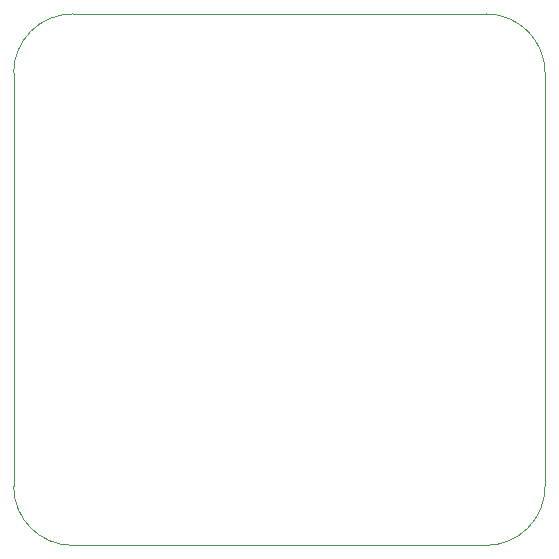
<source format=gbr>
%TF.GenerationSoftware,KiCad,Pcbnew,7.0.6*%
%TF.CreationDate,2023-09-17T17:39:24+01:00*%
%TF.ProjectId,working,776f726b-696e-4672-9e6b-696361645f70,rev?*%
%TF.SameCoordinates,Original*%
%TF.FileFunction,Profile,NP*%
%FSLAX46Y46*%
G04 Gerber Fmt 4.6, Leading zero omitted, Abs format (unit mm)*
G04 Created by KiCad (PCBNEW 7.0.6) date 2023-09-17 17:39:24*
%MOMM*%
%LPD*%
G01*
G04 APERTURE LIST*
%TA.AperFunction,Profile*%
%ADD10C,0.050000*%
%TD*%
G04 APERTURE END LIST*
D10*
X-18035534Y23000000D02*
G75*
G03*
X-23035534Y18000000I0J-5000000D01*
G01*
X16964466Y-22000000D02*
X-18035534Y-22000000D01*
X-23035534Y-17000000D02*
G75*
G03*
X-18035534Y-22000000I5000000J0D01*
G01*
X-23035534Y-17000000D02*
X-23035534Y18000000D01*
X21964466Y18000000D02*
X21964466Y-17000000D01*
X-18035534Y23000000D02*
X16964466Y23000000D01*
X16964466Y-21999996D02*
G75*
G03*
X21964466Y-17000000I4J4999996D01*
G01*
X21964470Y18000000D02*
G75*
G03*
X16964466Y23000000I-5000000J0D01*
G01*
M02*

</source>
